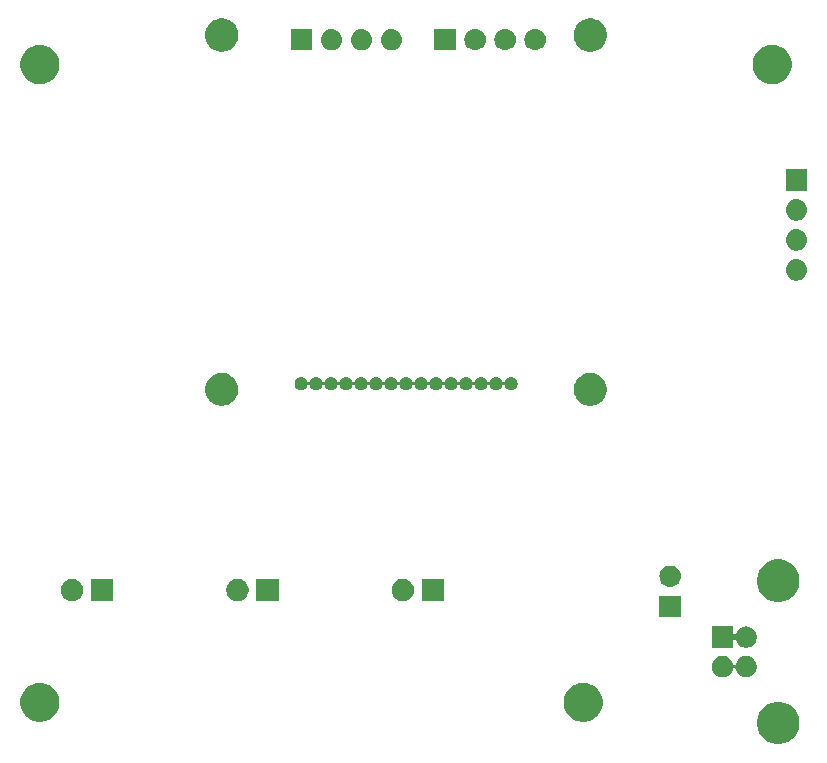
<source format=gbr>
G04 #@! TF.GenerationSoftware,KiCad,Pcbnew,(5.1.0)-1*
G04 #@! TF.CreationDate,2020-10-25T22:34:19+01:00*
G04 #@! TF.ProjectId,Waage,57616167-652e-46b6-9963-61645f706362,rev?*
G04 #@! TF.SameCoordinates,Original*
G04 #@! TF.FileFunction,Soldermask,Bot*
G04 #@! TF.FilePolarity,Negative*
%FSLAX46Y46*%
G04 Gerber Fmt 4.6, Leading zero omitted, Abs format (unit mm)*
G04 Created by KiCad (PCBNEW (5.1.0)-1) date 2020-10-25 22:34:19*
%MOMM*%
%LPD*%
G04 APERTURE LIST*
%ADD10C,0.100000*%
G04 APERTURE END LIST*
D10*
G36*
X147035331Y-118013211D02*
G01*
X147363092Y-118148974D01*
X147658070Y-118346072D01*
X147908928Y-118596930D01*
X148106026Y-118891908D01*
X148241789Y-119219669D01*
X148311000Y-119567616D01*
X148311000Y-119922384D01*
X148241789Y-120270331D01*
X148106026Y-120598092D01*
X147908928Y-120893070D01*
X147658070Y-121143928D01*
X147363092Y-121341026D01*
X147035331Y-121476789D01*
X146687384Y-121546000D01*
X146332616Y-121546000D01*
X145984669Y-121476789D01*
X145656908Y-121341026D01*
X145361930Y-121143928D01*
X145111072Y-120893070D01*
X144913974Y-120598092D01*
X144778211Y-120270331D01*
X144709000Y-119922384D01*
X144709000Y-119567616D01*
X144778211Y-119219669D01*
X144913974Y-118891908D01*
X145111072Y-118596930D01*
X145361930Y-118346072D01*
X145656908Y-118148974D01*
X145984669Y-118013211D01*
X146332616Y-117944000D01*
X146687384Y-117944000D01*
X147035331Y-118013211D01*
X147035331Y-118013211D01*
G37*
G36*
X130375256Y-116391298D02*
G01*
X130481579Y-116412447D01*
X130782042Y-116536903D01*
X131052451Y-116717585D01*
X131282415Y-116947549D01*
X131463097Y-117217958D01*
X131587553Y-117518421D01*
X131651000Y-117837391D01*
X131651000Y-118162609D01*
X131587553Y-118481579D01*
X131463097Y-118782042D01*
X131282415Y-119052451D01*
X131052451Y-119282415D01*
X130782042Y-119463097D01*
X130481579Y-119587553D01*
X130375256Y-119608702D01*
X130162611Y-119651000D01*
X129837389Y-119651000D01*
X129624744Y-119608702D01*
X129518421Y-119587553D01*
X129217958Y-119463097D01*
X128947549Y-119282415D01*
X128717585Y-119052451D01*
X128536903Y-118782042D01*
X128412447Y-118481579D01*
X128349000Y-118162609D01*
X128349000Y-117837391D01*
X128412447Y-117518421D01*
X128536903Y-117217958D01*
X128717585Y-116947549D01*
X128947549Y-116717585D01*
X129217958Y-116536903D01*
X129518421Y-116412447D01*
X129624744Y-116391298D01*
X129837389Y-116349000D01*
X130162611Y-116349000D01*
X130375256Y-116391298D01*
X130375256Y-116391298D01*
G37*
G36*
X84375256Y-116391298D02*
G01*
X84481579Y-116412447D01*
X84782042Y-116536903D01*
X85052451Y-116717585D01*
X85282415Y-116947549D01*
X85463097Y-117217958D01*
X85587553Y-117518421D01*
X85651000Y-117837391D01*
X85651000Y-118162609D01*
X85587553Y-118481579D01*
X85463097Y-118782042D01*
X85282415Y-119052451D01*
X85052451Y-119282415D01*
X84782042Y-119463097D01*
X84481579Y-119587553D01*
X84375256Y-119608702D01*
X84162611Y-119651000D01*
X83837389Y-119651000D01*
X83624744Y-119608702D01*
X83518421Y-119587553D01*
X83217958Y-119463097D01*
X82947549Y-119282415D01*
X82717585Y-119052451D01*
X82536903Y-118782042D01*
X82412447Y-118481579D01*
X82349000Y-118162609D01*
X82349000Y-117837391D01*
X82412447Y-117518421D01*
X82536903Y-117217958D01*
X82717585Y-116947549D01*
X82947549Y-116717585D01*
X83217958Y-116536903D01*
X83518421Y-116412447D01*
X83624744Y-116391298D01*
X83837389Y-116349000D01*
X84162611Y-116349000D01*
X84375256Y-116391298D01*
X84375256Y-116391298D01*
G37*
G36*
X141913512Y-114078927D02*
G01*
X142062812Y-114108624D01*
X142226784Y-114176544D01*
X142374354Y-114275147D01*
X142499853Y-114400646D01*
X142598456Y-114548216D01*
X142666376Y-114712188D01*
X142677405Y-114767638D01*
X142684516Y-114791078D01*
X142696067Y-114812689D01*
X142711613Y-114831631D01*
X142730555Y-114847176D01*
X142752165Y-114858727D01*
X142775614Y-114865840D01*
X142800000Y-114868242D01*
X142824387Y-114865840D01*
X142847835Y-114858727D01*
X142869446Y-114847176D01*
X142888388Y-114831630D01*
X142903933Y-114812688D01*
X142915484Y-114791078D01*
X142922595Y-114767638D01*
X142933624Y-114712188D01*
X143001544Y-114548216D01*
X143100147Y-114400646D01*
X143225646Y-114275147D01*
X143373216Y-114176544D01*
X143537188Y-114108624D01*
X143686488Y-114078927D01*
X143711258Y-114074000D01*
X143888742Y-114074000D01*
X143913512Y-114078927D01*
X144062812Y-114108624D01*
X144226784Y-114176544D01*
X144374354Y-114275147D01*
X144499853Y-114400646D01*
X144598456Y-114548216D01*
X144666376Y-114712188D01*
X144701000Y-114886259D01*
X144701000Y-115063741D01*
X144666376Y-115237812D01*
X144598456Y-115401784D01*
X144499853Y-115549354D01*
X144374354Y-115674853D01*
X144226784Y-115773456D01*
X144062812Y-115841376D01*
X143913512Y-115871073D01*
X143888742Y-115876000D01*
X143711258Y-115876000D01*
X143686488Y-115871073D01*
X143537188Y-115841376D01*
X143373216Y-115773456D01*
X143225646Y-115674853D01*
X143100147Y-115549354D01*
X143001544Y-115401784D01*
X142933624Y-115237812D01*
X142922595Y-115182362D01*
X142915484Y-115158922D01*
X142903933Y-115137311D01*
X142888387Y-115118369D01*
X142869445Y-115102824D01*
X142847835Y-115091273D01*
X142824386Y-115084160D01*
X142800000Y-115081758D01*
X142775613Y-115084160D01*
X142752165Y-115091273D01*
X142730554Y-115102824D01*
X142711612Y-115118370D01*
X142696067Y-115137312D01*
X142684516Y-115158922D01*
X142677405Y-115182362D01*
X142666376Y-115237812D01*
X142598456Y-115401784D01*
X142499853Y-115549354D01*
X142374354Y-115674853D01*
X142226784Y-115773456D01*
X142062812Y-115841376D01*
X141913512Y-115871073D01*
X141888742Y-115876000D01*
X141711258Y-115876000D01*
X141686488Y-115871073D01*
X141537188Y-115841376D01*
X141373216Y-115773456D01*
X141225646Y-115674853D01*
X141100147Y-115549354D01*
X141001544Y-115401784D01*
X140933624Y-115237812D01*
X140899000Y-115063741D01*
X140899000Y-114886259D01*
X140933624Y-114712188D01*
X141001544Y-114548216D01*
X141100147Y-114400646D01*
X141225646Y-114275147D01*
X141373216Y-114176544D01*
X141537188Y-114108624D01*
X141686488Y-114078927D01*
X141711258Y-114074000D01*
X141888742Y-114074000D01*
X141913512Y-114078927D01*
X141913512Y-114078927D01*
G37*
G36*
X142701000Y-112145383D02*
G01*
X142703402Y-112169769D01*
X142710515Y-112193218D01*
X142722066Y-112214829D01*
X142737611Y-112233771D01*
X142756553Y-112249316D01*
X142778164Y-112260867D01*
X142801613Y-112267980D01*
X142825999Y-112270382D01*
X142850385Y-112267980D01*
X142873834Y-112260867D01*
X142895445Y-112249316D01*
X142914387Y-112233771D01*
X142929932Y-112214829D01*
X142941477Y-112193229D01*
X143001544Y-112048216D01*
X143100147Y-111900646D01*
X143225646Y-111775147D01*
X143373216Y-111676544D01*
X143537188Y-111608624D01*
X143686488Y-111578927D01*
X143711258Y-111574000D01*
X143888742Y-111574000D01*
X143913512Y-111578927D01*
X144062812Y-111608624D01*
X144226784Y-111676544D01*
X144374354Y-111775147D01*
X144499853Y-111900646D01*
X144598456Y-112048216D01*
X144666376Y-112212188D01*
X144701000Y-112386259D01*
X144701000Y-112563741D01*
X144666376Y-112737812D01*
X144598456Y-112901784D01*
X144499853Y-113049354D01*
X144374354Y-113174853D01*
X144226784Y-113273456D01*
X144062812Y-113341376D01*
X143913512Y-113371073D01*
X143888742Y-113376000D01*
X143711258Y-113376000D01*
X143686488Y-113371073D01*
X143537188Y-113341376D01*
X143373216Y-113273456D01*
X143225646Y-113174853D01*
X143100147Y-113049354D01*
X143001544Y-112901784D01*
X142941477Y-112756771D01*
X142929932Y-112735171D01*
X142914387Y-112716229D01*
X142895445Y-112700684D01*
X142873834Y-112689133D01*
X142850385Y-112682020D01*
X142825999Y-112679618D01*
X142801613Y-112682020D01*
X142778164Y-112689133D01*
X142756553Y-112700684D01*
X142737611Y-112716229D01*
X142722066Y-112735171D01*
X142710515Y-112756782D01*
X142703402Y-112780231D01*
X142701000Y-112804617D01*
X142701000Y-113376000D01*
X140899000Y-113376000D01*
X140899000Y-111574000D01*
X142701000Y-111574000D01*
X142701000Y-112145383D01*
X142701000Y-112145383D01*
G37*
G36*
X138261000Y-110761000D02*
G01*
X136459000Y-110761000D01*
X136459000Y-108959000D01*
X138261000Y-108959000D01*
X138261000Y-110761000D01*
X138261000Y-110761000D01*
G37*
G36*
X147035331Y-105973211D02*
G01*
X147363092Y-106108974D01*
X147658070Y-106306072D01*
X147908928Y-106556930D01*
X148106026Y-106851908D01*
X148241789Y-107179669D01*
X148311000Y-107527616D01*
X148311000Y-107882384D01*
X148241789Y-108230331D01*
X148106026Y-108558092D01*
X147908928Y-108853070D01*
X147658070Y-109103928D01*
X147363092Y-109301026D01*
X147035331Y-109436789D01*
X146687384Y-109506000D01*
X146332616Y-109506000D01*
X145984669Y-109436789D01*
X145656908Y-109301026D01*
X145361930Y-109103928D01*
X145111072Y-108853070D01*
X144913974Y-108558092D01*
X144778211Y-108230331D01*
X144709000Y-107882384D01*
X144709000Y-107527616D01*
X144778211Y-107179669D01*
X144913974Y-106851908D01*
X145111072Y-106556930D01*
X145361930Y-106306072D01*
X145656908Y-106108974D01*
X145984669Y-105973211D01*
X146332616Y-105904000D01*
X146687384Y-105904000D01*
X147035331Y-105973211D01*
X147035331Y-105973211D01*
G37*
G36*
X101007395Y-107585546D02*
G01*
X101180466Y-107657234D01*
X101257818Y-107708919D01*
X101336227Y-107761310D01*
X101468690Y-107893773D01*
X101521081Y-107972182D01*
X101572766Y-108049534D01*
X101644454Y-108222605D01*
X101681000Y-108406333D01*
X101681000Y-108593667D01*
X101644454Y-108777395D01*
X101572766Y-108950466D01*
X101521081Y-109027818D01*
X101468690Y-109106227D01*
X101336227Y-109238690D01*
X101257818Y-109291081D01*
X101180466Y-109342766D01*
X101007395Y-109414454D01*
X100823667Y-109451000D01*
X100636333Y-109451000D01*
X100452605Y-109414454D01*
X100279534Y-109342766D01*
X100202182Y-109291081D01*
X100123773Y-109238690D01*
X99991310Y-109106227D01*
X99938919Y-109027818D01*
X99887234Y-108950466D01*
X99815546Y-108777395D01*
X99779000Y-108593667D01*
X99779000Y-108406333D01*
X99815546Y-108222605D01*
X99887234Y-108049534D01*
X99938919Y-107972182D01*
X99991310Y-107893773D01*
X100123773Y-107761310D01*
X100202182Y-107708919D01*
X100279534Y-107657234D01*
X100452605Y-107585546D01*
X100636333Y-107549000D01*
X100823667Y-107549000D01*
X101007395Y-107585546D01*
X101007395Y-107585546D01*
G37*
G36*
X90221000Y-109451000D02*
G01*
X88319000Y-109451000D01*
X88319000Y-107549000D01*
X90221000Y-107549000D01*
X90221000Y-109451000D01*
X90221000Y-109451000D01*
G37*
G36*
X87007395Y-107585546D02*
G01*
X87180466Y-107657234D01*
X87257818Y-107708919D01*
X87336227Y-107761310D01*
X87468690Y-107893773D01*
X87521081Y-107972182D01*
X87572766Y-108049534D01*
X87644454Y-108222605D01*
X87681000Y-108406333D01*
X87681000Y-108593667D01*
X87644454Y-108777395D01*
X87572766Y-108950466D01*
X87521081Y-109027818D01*
X87468690Y-109106227D01*
X87336227Y-109238690D01*
X87257818Y-109291081D01*
X87180466Y-109342766D01*
X87007395Y-109414454D01*
X86823667Y-109451000D01*
X86636333Y-109451000D01*
X86452605Y-109414454D01*
X86279534Y-109342766D01*
X86202182Y-109291081D01*
X86123773Y-109238690D01*
X85991310Y-109106227D01*
X85938919Y-109027818D01*
X85887234Y-108950466D01*
X85815546Y-108777395D01*
X85779000Y-108593667D01*
X85779000Y-108406333D01*
X85815546Y-108222605D01*
X85887234Y-108049534D01*
X85938919Y-107972182D01*
X85991310Y-107893773D01*
X86123773Y-107761310D01*
X86202182Y-107708919D01*
X86279534Y-107657234D01*
X86452605Y-107585546D01*
X86636333Y-107549000D01*
X86823667Y-107549000D01*
X87007395Y-107585546D01*
X87007395Y-107585546D01*
G37*
G36*
X104221000Y-109451000D02*
G01*
X102319000Y-109451000D01*
X102319000Y-107549000D01*
X104221000Y-107549000D01*
X104221000Y-109451000D01*
X104221000Y-109451000D01*
G37*
G36*
X118221000Y-109451000D02*
G01*
X116319000Y-109451000D01*
X116319000Y-107549000D01*
X118221000Y-107549000D01*
X118221000Y-109451000D01*
X118221000Y-109451000D01*
G37*
G36*
X115007395Y-107585546D02*
G01*
X115180466Y-107657234D01*
X115257818Y-107708919D01*
X115336227Y-107761310D01*
X115468690Y-107893773D01*
X115521081Y-107972182D01*
X115572766Y-108049534D01*
X115644454Y-108222605D01*
X115681000Y-108406333D01*
X115681000Y-108593667D01*
X115644454Y-108777395D01*
X115572766Y-108950466D01*
X115521081Y-109027818D01*
X115468690Y-109106227D01*
X115336227Y-109238690D01*
X115257818Y-109291081D01*
X115180466Y-109342766D01*
X115007395Y-109414454D01*
X114823667Y-109451000D01*
X114636333Y-109451000D01*
X114452605Y-109414454D01*
X114279534Y-109342766D01*
X114202182Y-109291081D01*
X114123773Y-109238690D01*
X113991310Y-109106227D01*
X113938919Y-109027818D01*
X113887234Y-108950466D01*
X113815546Y-108777395D01*
X113779000Y-108593667D01*
X113779000Y-108406333D01*
X113815546Y-108222605D01*
X113887234Y-108049534D01*
X113938919Y-107972182D01*
X113991310Y-107893773D01*
X114123773Y-107761310D01*
X114202182Y-107708919D01*
X114279534Y-107657234D01*
X114452605Y-107585546D01*
X114636333Y-107549000D01*
X114823667Y-107549000D01*
X115007395Y-107585546D01*
X115007395Y-107585546D01*
G37*
G36*
X137470443Y-106425519D02*
G01*
X137536627Y-106432037D01*
X137706466Y-106483557D01*
X137862991Y-106567222D01*
X137898729Y-106596552D01*
X138000186Y-106679814D01*
X138083448Y-106781271D01*
X138112778Y-106817009D01*
X138196443Y-106973534D01*
X138247963Y-107143373D01*
X138265359Y-107320000D01*
X138247963Y-107496627D01*
X138196443Y-107666466D01*
X138112778Y-107822991D01*
X138083448Y-107858729D01*
X138000186Y-107960186D01*
X137898729Y-108043448D01*
X137862991Y-108072778D01*
X137706466Y-108156443D01*
X137536627Y-108207963D01*
X137470443Y-108214481D01*
X137404260Y-108221000D01*
X137315740Y-108221000D01*
X137249557Y-108214481D01*
X137183373Y-108207963D01*
X137013534Y-108156443D01*
X136857009Y-108072778D01*
X136821271Y-108043448D01*
X136719814Y-107960186D01*
X136636552Y-107858729D01*
X136607222Y-107822991D01*
X136523557Y-107666466D01*
X136472037Y-107496627D01*
X136454641Y-107320000D01*
X136472037Y-107143373D01*
X136523557Y-106973534D01*
X136607222Y-106817009D01*
X136636552Y-106781271D01*
X136719814Y-106679814D01*
X136821271Y-106596552D01*
X136857009Y-106567222D01*
X137013534Y-106483557D01*
X137183373Y-106432037D01*
X137249557Y-106425519D01*
X137315740Y-106419000D01*
X137404260Y-106419000D01*
X137470443Y-106425519D01*
X137470443Y-106425519D01*
G37*
G36*
X130918433Y-90134893D02*
G01*
X131008657Y-90152839D01*
X131114267Y-90196585D01*
X131263621Y-90258449D01*
X131263622Y-90258450D01*
X131493086Y-90411772D01*
X131688228Y-90606914D01*
X131716187Y-90648758D01*
X131841551Y-90836379D01*
X131886846Y-90945730D01*
X131931805Y-91054270D01*
X131947161Y-91091344D01*
X132001000Y-91362012D01*
X132001000Y-91637988D01*
X131947161Y-91908656D01*
X131841551Y-92163621D01*
X131841550Y-92163622D01*
X131688228Y-92393086D01*
X131493086Y-92588228D01*
X131339763Y-92690675D01*
X131263621Y-92741551D01*
X131114267Y-92803415D01*
X131008657Y-92847161D01*
X130918433Y-92865107D01*
X130737988Y-92901000D01*
X130462012Y-92901000D01*
X130281567Y-92865107D01*
X130191343Y-92847161D01*
X130085733Y-92803415D01*
X129936379Y-92741551D01*
X129860237Y-92690675D01*
X129706914Y-92588228D01*
X129511772Y-92393086D01*
X129358450Y-92163622D01*
X129358449Y-92163621D01*
X129252839Y-91908656D01*
X129199000Y-91637988D01*
X129199000Y-91362012D01*
X129252839Y-91091344D01*
X129268196Y-91054270D01*
X129313154Y-90945730D01*
X129358449Y-90836379D01*
X129483813Y-90648758D01*
X129511772Y-90606914D01*
X129706914Y-90411772D01*
X129936378Y-90258450D01*
X129936379Y-90258449D01*
X130085733Y-90196585D01*
X130191343Y-90152839D01*
X130281567Y-90134893D01*
X130462012Y-90099000D01*
X130737988Y-90099000D01*
X130918433Y-90134893D01*
X130918433Y-90134893D01*
G37*
G36*
X99718433Y-90134893D02*
G01*
X99808657Y-90152839D01*
X99914267Y-90196585D01*
X100063621Y-90258449D01*
X100063622Y-90258450D01*
X100293086Y-90411772D01*
X100488228Y-90606914D01*
X100516187Y-90648758D01*
X100641551Y-90836379D01*
X100686846Y-90945730D01*
X100731805Y-91054270D01*
X100747161Y-91091344D01*
X100801000Y-91362012D01*
X100801000Y-91637988D01*
X100747161Y-91908656D01*
X100641551Y-92163621D01*
X100641550Y-92163622D01*
X100488228Y-92393086D01*
X100293086Y-92588228D01*
X100139763Y-92690675D01*
X100063621Y-92741551D01*
X99914267Y-92803415D01*
X99808657Y-92847161D01*
X99718433Y-92865107D01*
X99537988Y-92901000D01*
X99262012Y-92901000D01*
X99081567Y-92865107D01*
X98991343Y-92847161D01*
X98885733Y-92803415D01*
X98736379Y-92741551D01*
X98660237Y-92690675D01*
X98506914Y-92588228D01*
X98311772Y-92393086D01*
X98158450Y-92163622D01*
X98158449Y-92163621D01*
X98052839Y-91908656D01*
X97999000Y-91637988D01*
X97999000Y-91362012D01*
X98052839Y-91091344D01*
X98068196Y-91054270D01*
X98113154Y-90945730D01*
X98158449Y-90836379D01*
X98283813Y-90648758D01*
X98311772Y-90606914D01*
X98506914Y-90411772D01*
X98736378Y-90258450D01*
X98736379Y-90258449D01*
X98885733Y-90196585D01*
X98991343Y-90152839D01*
X99081567Y-90134893D01*
X99262012Y-90099000D01*
X99537988Y-90099000D01*
X99718433Y-90134893D01*
X99718433Y-90134893D01*
G37*
G36*
X106290721Y-90470174D02*
G01*
X106390995Y-90511709D01*
X106390996Y-90511710D01*
X106481242Y-90572010D01*
X106557990Y-90648758D01*
X106557991Y-90648760D01*
X106618291Y-90739005D01*
X106649516Y-90814389D01*
X106661067Y-90836000D01*
X106676612Y-90854941D01*
X106695554Y-90870487D01*
X106717165Y-90882038D01*
X106740614Y-90889151D01*
X106765000Y-90891553D01*
X106789386Y-90889151D01*
X106812835Y-90882038D01*
X106834446Y-90870487D01*
X106853387Y-90854942D01*
X106868933Y-90836000D01*
X106880484Y-90814389D01*
X106911709Y-90739005D01*
X106972009Y-90648760D01*
X106972010Y-90648758D01*
X107048758Y-90572010D01*
X107139004Y-90511710D01*
X107139005Y-90511709D01*
X107239279Y-90470174D01*
X107345730Y-90449000D01*
X107454270Y-90449000D01*
X107560721Y-90470174D01*
X107660995Y-90511709D01*
X107660996Y-90511710D01*
X107751242Y-90572010D01*
X107827990Y-90648758D01*
X107827991Y-90648760D01*
X107888291Y-90739005D01*
X107919516Y-90814389D01*
X107931067Y-90836000D01*
X107946612Y-90854941D01*
X107965554Y-90870487D01*
X107987165Y-90882038D01*
X108010614Y-90889151D01*
X108035000Y-90891553D01*
X108059386Y-90889151D01*
X108082835Y-90882038D01*
X108104446Y-90870487D01*
X108123387Y-90854942D01*
X108138933Y-90836000D01*
X108150484Y-90814389D01*
X108181709Y-90739005D01*
X108242009Y-90648760D01*
X108242010Y-90648758D01*
X108318758Y-90572010D01*
X108409004Y-90511710D01*
X108409005Y-90511709D01*
X108509279Y-90470174D01*
X108615730Y-90449000D01*
X108724270Y-90449000D01*
X108830721Y-90470174D01*
X108930995Y-90511709D01*
X108930996Y-90511710D01*
X109021242Y-90572010D01*
X109097990Y-90648758D01*
X109097991Y-90648760D01*
X109158291Y-90739005D01*
X109189516Y-90814389D01*
X109201067Y-90836000D01*
X109216612Y-90854941D01*
X109235554Y-90870487D01*
X109257165Y-90882038D01*
X109280614Y-90889151D01*
X109305000Y-90891553D01*
X109329386Y-90889151D01*
X109352835Y-90882038D01*
X109374446Y-90870487D01*
X109393387Y-90854942D01*
X109408933Y-90836000D01*
X109420484Y-90814389D01*
X109451709Y-90739005D01*
X109512009Y-90648760D01*
X109512010Y-90648758D01*
X109588758Y-90572010D01*
X109679004Y-90511710D01*
X109679005Y-90511709D01*
X109779279Y-90470174D01*
X109885730Y-90449000D01*
X109994270Y-90449000D01*
X110100721Y-90470174D01*
X110200995Y-90511709D01*
X110200996Y-90511710D01*
X110291242Y-90572010D01*
X110367990Y-90648758D01*
X110367991Y-90648760D01*
X110428291Y-90739005D01*
X110459516Y-90814389D01*
X110471067Y-90836000D01*
X110486612Y-90854941D01*
X110505554Y-90870487D01*
X110527165Y-90882038D01*
X110550614Y-90889151D01*
X110575000Y-90891553D01*
X110599386Y-90889151D01*
X110622835Y-90882038D01*
X110644446Y-90870487D01*
X110663387Y-90854942D01*
X110678933Y-90836000D01*
X110690484Y-90814389D01*
X110721709Y-90739005D01*
X110782009Y-90648760D01*
X110782010Y-90648758D01*
X110858758Y-90572010D01*
X110949004Y-90511710D01*
X110949005Y-90511709D01*
X111049279Y-90470174D01*
X111155730Y-90449000D01*
X111264270Y-90449000D01*
X111370721Y-90470174D01*
X111470995Y-90511709D01*
X111470996Y-90511710D01*
X111561242Y-90572010D01*
X111637990Y-90648758D01*
X111637991Y-90648760D01*
X111698291Y-90739005D01*
X111729516Y-90814389D01*
X111741067Y-90836000D01*
X111756612Y-90854941D01*
X111775554Y-90870487D01*
X111797165Y-90882038D01*
X111820614Y-90889151D01*
X111845000Y-90891553D01*
X111869386Y-90889151D01*
X111892835Y-90882038D01*
X111914446Y-90870487D01*
X111933387Y-90854942D01*
X111948933Y-90836000D01*
X111960484Y-90814389D01*
X111991709Y-90739005D01*
X112052009Y-90648760D01*
X112052010Y-90648758D01*
X112128758Y-90572010D01*
X112219004Y-90511710D01*
X112219005Y-90511709D01*
X112319279Y-90470174D01*
X112425730Y-90449000D01*
X112534270Y-90449000D01*
X112640721Y-90470174D01*
X112740995Y-90511709D01*
X112740996Y-90511710D01*
X112831242Y-90572010D01*
X112907990Y-90648758D01*
X112907991Y-90648760D01*
X112968291Y-90739005D01*
X112999516Y-90814389D01*
X113011067Y-90836000D01*
X113026612Y-90854941D01*
X113045554Y-90870487D01*
X113067165Y-90882038D01*
X113090614Y-90889151D01*
X113115000Y-90891553D01*
X113139386Y-90889151D01*
X113162835Y-90882038D01*
X113184446Y-90870487D01*
X113203387Y-90854942D01*
X113218933Y-90836000D01*
X113230484Y-90814389D01*
X113261709Y-90739005D01*
X113322009Y-90648760D01*
X113322010Y-90648758D01*
X113398758Y-90572010D01*
X113489004Y-90511710D01*
X113489005Y-90511709D01*
X113589279Y-90470174D01*
X113695730Y-90449000D01*
X113804270Y-90449000D01*
X113910721Y-90470174D01*
X114010995Y-90511709D01*
X114010996Y-90511710D01*
X114101242Y-90572010D01*
X114177990Y-90648758D01*
X114177991Y-90648760D01*
X114238291Y-90739005D01*
X114269516Y-90814389D01*
X114281067Y-90836000D01*
X114296612Y-90854941D01*
X114315554Y-90870487D01*
X114337165Y-90882038D01*
X114360614Y-90889151D01*
X114385000Y-90891553D01*
X114409386Y-90889151D01*
X114432835Y-90882038D01*
X114454446Y-90870487D01*
X114473387Y-90854942D01*
X114488933Y-90836000D01*
X114500484Y-90814389D01*
X114531709Y-90739005D01*
X114592009Y-90648760D01*
X114592010Y-90648758D01*
X114668758Y-90572010D01*
X114759004Y-90511710D01*
X114759005Y-90511709D01*
X114859279Y-90470174D01*
X114965730Y-90449000D01*
X115074270Y-90449000D01*
X115180721Y-90470174D01*
X115280995Y-90511709D01*
X115280996Y-90511710D01*
X115371242Y-90572010D01*
X115447990Y-90648758D01*
X115447991Y-90648760D01*
X115508291Y-90739005D01*
X115539516Y-90814389D01*
X115551067Y-90836000D01*
X115566612Y-90854941D01*
X115585554Y-90870487D01*
X115607165Y-90882038D01*
X115630614Y-90889151D01*
X115655000Y-90891553D01*
X115679386Y-90889151D01*
X115702835Y-90882038D01*
X115724446Y-90870487D01*
X115743387Y-90854942D01*
X115758933Y-90836000D01*
X115770484Y-90814389D01*
X115801709Y-90739005D01*
X115862009Y-90648760D01*
X115862010Y-90648758D01*
X115938758Y-90572010D01*
X116029004Y-90511710D01*
X116029005Y-90511709D01*
X116129279Y-90470174D01*
X116235730Y-90449000D01*
X116344270Y-90449000D01*
X116450721Y-90470174D01*
X116550995Y-90511709D01*
X116550996Y-90511710D01*
X116641242Y-90572010D01*
X116717990Y-90648758D01*
X116717991Y-90648760D01*
X116778291Y-90739005D01*
X116809516Y-90814389D01*
X116821067Y-90836000D01*
X116836612Y-90854941D01*
X116855554Y-90870487D01*
X116877165Y-90882038D01*
X116900614Y-90889151D01*
X116925000Y-90891553D01*
X116949386Y-90889151D01*
X116972835Y-90882038D01*
X116994446Y-90870487D01*
X117013387Y-90854942D01*
X117028933Y-90836000D01*
X117040484Y-90814389D01*
X117071709Y-90739005D01*
X117132009Y-90648760D01*
X117132010Y-90648758D01*
X117208758Y-90572010D01*
X117299004Y-90511710D01*
X117299005Y-90511709D01*
X117399279Y-90470174D01*
X117505730Y-90449000D01*
X117614270Y-90449000D01*
X117720721Y-90470174D01*
X117820995Y-90511709D01*
X117820996Y-90511710D01*
X117911242Y-90572010D01*
X117987990Y-90648758D01*
X117987991Y-90648760D01*
X118048291Y-90739005D01*
X118079516Y-90814389D01*
X118091067Y-90836000D01*
X118106612Y-90854941D01*
X118125554Y-90870487D01*
X118147165Y-90882038D01*
X118170614Y-90889151D01*
X118195000Y-90891553D01*
X118219386Y-90889151D01*
X118242835Y-90882038D01*
X118264446Y-90870487D01*
X118283387Y-90854942D01*
X118298933Y-90836000D01*
X118310484Y-90814389D01*
X118341709Y-90739005D01*
X118402009Y-90648760D01*
X118402010Y-90648758D01*
X118478758Y-90572010D01*
X118569004Y-90511710D01*
X118569005Y-90511709D01*
X118669279Y-90470174D01*
X118775730Y-90449000D01*
X118884270Y-90449000D01*
X118990721Y-90470174D01*
X119090995Y-90511709D01*
X119090996Y-90511710D01*
X119181242Y-90572010D01*
X119257990Y-90648758D01*
X119257991Y-90648760D01*
X119318291Y-90739005D01*
X119349516Y-90814389D01*
X119361067Y-90836000D01*
X119376612Y-90854941D01*
X119395554Y-90870487D01*
X119417165Y-90882038D01*
X119440614Y-90889151D01*
X119465000Y-90891553D01*
X119489386Y-90889151D01*
X119512835Y-90882038D01*
X119534446Y-90870487D01*
X119553387Y-90854942D01*
X119568933Y-90836000D01*
X119580484Y-90814389D01*
X119611709Y-90739005D01*
X119672009Y-90648760D01*
X119672010Y-90648758D01*
X119748758Y-90572010D01*
X119839004Y-90511710D01*
X119839005Y-90511709D01*
X119939279Y-90470174D01*
X120045730Y-90449000D01*
X120154270Y-90449000D01*
X120260721Y-90470174D01*
X120360995Y-90511709D01*
X120360996Y-90511710D01*
X120451242Y-90572010D01*
X120527990Y-90648758D01*
X120527991Y-90648760D01*
X120588291Y-90739005D01*
X120619516Y-90814389D01*
X120631067Y-90836000D01*
X120646612Y-90854941D01*
X120665554Y-90870487D01*
X120687165Y-90882038D01*
X120710614Y-90889151D01*
X120735000Y-90891553D01*
X120759386Y-90889151D01*
X120782835Y-90882038D01*
X120804446Y-90870487D01*
X120823387Y-90854942D01*
X120838933Y-90836000D01*
X120850484Y-90814389D01*
X120881709Y-90739005D01*
X120942009Y-90648760D01*
X120942010Y-90648758D01*
X121018758Y-90572010D01*
X121109004Y-90511710D01*
X121109005Y-90511709D01*
X121209279Y-90470174D01*
X121315730Y-90449000D01*
X121424270Y-90449000D01*
X121530721Y-90470174D01*
X121630995Y-90511709D01*
X121630996Y-90511710D01*
X121721242Y-90572010D01*
X121797990Y-90648758D01*
X121797991Y-90648760D01*
X121858291Y-90739005D01*
X121889516Y-90814389D01*
X121901067Y-90836000D01*
X121916612Y-90854941D01*
X121935554Y-90870487D01*
X121957165Y-90882038D01*
X121980614Y-90889151D01*
X122005000Y-90891553D01*
X122029386Y-90889151D01*
X122052835Y-90882038D01*
X122074446Y-90870487D01*
X122093387Y-90854942D01*
X122108933Y-90836000D01*
X122120484Y-90814389D01*
X122151709Y-90739005D01*
X122212009Y-90648760D01*
X122212010Y-90648758D01*
X122288758Y-90572010D01*
X122379004Y-90511710D01*
X122379005Y-90511709D01*
X122479279Y-90470174D01*
X122585730Y-90449000D01*
X122694270Y-90449000D01*
X122800721Y-90470174D01*
X122900995Y-90511709D01*
X122900996Y-90511710D01*
X122991242Y-90572010D01*
X123067990Y-90648758D01*
X123067991Y-90648760D01*
X123128291Y-90739005D01*
X123159516Y-90814389D01*
X123171067Y-90836000D01*
X123186612Y-90854941D01*
X123205554Y-90870487D01*
X123227165Y-90882038D01*
X123250614Y-90889151D01*
X123275000Y-90891553D01*
X123299386Y-90889151D01*
X123322835Y-90882038D01*
X123344446Y-90870487D01*
X123363387Y-90854942D01*
X123378933Y-90836000D01*
X123390484Y-90814389D01*
X123421709Y-90739005D01*
X123482009Y-90648760D01*
X123482010Y-90648758D01*
X123558758Y-90572010D01*
X123649004Y-90511710D01*
X123649005Y-90511709D01*
X123749279Y-90470174D01*
X123855730Y-90449000D01*
X123964270Y-90449000D01*
X124070721Y-90470174D01*
X124170995Y-90511709D01*
X124170996Y-90511710D01*
X124261242Y-90572010D01*
X124337990Y-90648758D01*
X124337991Y-90648760D01*
X124398291Y-90739005D01*
X124439826Y-90839279D01*
X124461000Y-90945730D01*
X124461000Y-91054270D01*
X124439826Y-91160721D01*
X124398291Y-91260995D01*
X124398290Y-91260996D01*
X124337990Y-91351242D01*
X124261242Y-91427990D01*
X124215812Y-91458345D01*
X124170995Y-91488291D01*
X124070721Y-91529826D01*
X123964270Y-91551000D01*
X123855730Y-91551000D01*
X123749279Y-91529826D01*
X123649005Y-91488291D01*
X123604188Y-91458345D01*
X123558758Y-91427990D01*
X123482010Y-91351242D01*
X123421710Y-91260996D01*
X123421709Y-91260995D01*
X123390484Y-91185611D01*
X123378933Y-91164000D01*
X123363388Y-91145059D01*
X123344446Y-91129513D01*
X123322835Y-91117962D01*
X123299386Y-91110849D01*
X123275000Y-91108447D01*
X123250614Y-91110849D01*
X123227165Y-91117962D01*
X123205554Y-91129513D01*
X123186613Y-91145058D01*
X123171067Y-91164000D01*
X123159516Y-91185611D01*
X123128291Y-91260995D01*
X123128290Y-91260996D01*
X123067990Y-91351242D01*
X122991242Y-91427990D01*
X122945812Y-91458345D01*
X122900995Y-91488291D01*
X122800721Y-91529826D01*
X122694270Y-91551000D01*
X122585730Y-91551000D01*
X122479279Y-91529826D01*
X122379005Y-91488291D01*
X122334188Y-91458345D01*
X122288758Y-91427990D01*
X122212010Y-91351242D01*
X122151710Y-91260996D01*
X122151709Y-91260995D01*
X122120484Y-91185611D01*
X122108933Y-91164000D01*
X122093388Y-91145059D01*
X122074446Y-91129513D01*
X122052835Y-91117962D01*
X122029386Y-91110849D01*
X122005000Y-91108447D01*
X121980614Y-91110849D01*
X121957165Y-91117962D01*
X121935554Y-91129513D01*
X121916613Y-91145058D01*
X121901067Y-91164000D01*
X121889516Y-91185611D01*
X121858291Y-91260995D01*
X121858290Y-91260996D01*
X121797990Y-91351242D01*
X121721242Y-91427990D01*
X121675812Y-91458345D01*
X121630995Y-91488291D01*
X121530721Y-91529826D01*
X121424270Y-91551000D01*
X121315730Y-91551000D01*
X121209279Y-91529826D01*
X121109005Y-91488291D01*
X121064188Y-91458345D01*
X121018758Y-91427990D01*
X120942010Y-91351242D01*
X120881710Y-91260996D01*
X120881709Y-91260995D01*
X120850484Y-91185611D01*
X120838933Y-91164000D01*
X120823388Y-91145059D01*
X120804446Y-91129513D01*
X120782835Y-91117962D01*
X120759386Y-91110849D01*
X120735000Y-91108447D01*
X120710614Y-91110849D01*
X120687165Y-91117962D01*
X120665554Y-91129513D01*
X120646613Y-91145058D01*
X120631067Y-91164000D01*
X120619516Y-91185611D01*
X120588291Y-91260995D01*
X120588290Y-91260996D01*
X120527990Y-91351242D01*
X120451242Y-91427990D01*
X120405812Y-91458345D01*
X120360995Y-91488291D01*
X120260721Y-91529826D01*
X120154270Y-91551000D01*
X120045730Y-91551000D01*
X119939279Y-91529826D01*
X119839005Y-91488291D01*
X119794188Y-91458345D01*
X119748758Y-91427990D01*
X119672010Y-91351242D01*
X119611710Y-91260996D01*
X119611709Y-91260995D01*
X119580484Y-91185611D01*
X119568933Y-91164000D01*
X119553388Y-91145059D01*
X119534446Y-91129513D01*
X119512835Y-91117962D01*
X119489386Y-91110849D01*
X119465000Y-91108447D01*
X119440614Y-91110849D01*
X119417165Y-91117962D01*
X119395554Y-91129513D01*
X119376613Y-91145058D01*
X119361067Y-91164000D01*
X119349516Y-91185611D01*
X119318291Y-91260995D01*
X119318290Y-91260996D01*
X119257990Y-91351242D01*
X119181242Y-91427990D01*
X119135812Y-91458345D01*
X119090995Y-91488291D01*
X118990721Y-91529826D01*
X118884270Y-91551000D01*
X118775730Y-91551000D01*
X118669279Y-91529826D01*
X118569005Y-91488291D01*
X118524188Y-91458345D01*
X118478758Y-91427990D01*
X118402010Y-91351242D01*
X118341710Y-91260996D01*
X118341709Y-91260995D01*
X118310484Y-91185611D01*
X118298933Y-91164000D01*
X118283388Y-91145059D01*
X118264446Y-91129513D01*
X118242835Y-91117962D01*
X118219386Y-91110849D01*
X118195000Y-91108447D01*
X118170614Y-91110849D01*
X118147165Y-91117962D01*
X118125554Y-91129513D01*
X118106613Y-91145058D01*
X118091067Y-91164000D01*
X118079516Y-91185611D01*
X118048291Y-91260995D01*
X118048290Y-91260996D01*
X117987990Y-91351242D01*
X117911242Y-91427990D01*
X117865812Y-91458345D01*
X117820995Y-91488291D01*
X117720721Y-91529826D01*
X117614270Y-91551000D01*
X117505730Y-91551000D01*
X117399279Y-91529826D01*
X117299005Y-91488291D01*
X117254188Y-91458345D01*
X117208758Y-91427990D01*
X117132010Y-91351242D01*
X117071710Y-91260996D01*
X117071709Y-91260995D01*
X117040484Y-91185611D01*
X117028933Y-91164000D01*
X117013388Y-91145059D01*
X116994446Y-91129513D01*
X116972835Y-91117962D01*
X116949386Y-91110849D01*
X116925000Y-91108447D01*
X116900614Y-91110849D01*
X116877165Y-91117962D01*
X116855554Y-91129513D01*
X116836613Y-91145058D01*
X116821067Y-91164000D01*
X116809516Y-91185611D01*
X116778291Y-91260995D01*
X116778290Y-91260996D01*
X116717990Y-91351242D01*
X116641242Y-91427990D01*
X116595812Y-91458345D01*
X116550995Y-91488291D01*
X116450721Y-91529826D01*
X116344270Y-91551000D01*
X116235730Y-91551000D01*
X116129279Y-91529826D01*
X116029005Y-91488291D01*
X115984188Y-91458345D01*
X115938758Y-91427990D01*
X115862010Y-91351242D01*
X115801710Y-91260996D01*
X115801709Y-91260995D01*
X115770484Y-91185611D01*
X115758933Y-91164000D01*
X115743388Y-91145059D01*
X115724446Y-91129513D01*
X115702835Y-91117962D01*
X115679386Y-91110849D01*
X115655000Y-91108447D01*
X115630614Y-91110849D01*
X115607165Y-91117962D01*
X115585554Y-91129513D01*
X115566613Y-91145058D01*
X115551067Y-91164000D01*
X115539516Y-91185611D01*
X115508291Y-91260995D01*
X115508290Y-91260996D01*
X115447990Y-91351242D01*
X115371242Y-91427990D01*
X115325812Y-91458345D01*
X115280995Y-91488291D01*
X115180721Y-91529826D01*
X115074270Y-91551000D01*
X114965730Y-91551000D01*
X114859279Y-91529826D01*
X114759005Y-91488291D01*
X114714188Y-91458345D01*
X114668758Y-91427990D01*
X114592010Y-91351242D01*
X114531710Y-91260996D01*
X114531709Y-91260995D01*
X114500484Y-91185611D01*
X114488933Y-91164000D01*
X114473388Y-91145059D01*
X114454446Y-91129513D01*
X114432835Y-91117962D01*
X114409386Y-91110849D01*
X114385000Y-91108447D01*
X114360614Y-91110849D01*
X114337165Y-91117962D01*
X114315554Y-91129513D01*
X114296613Y-91145058D01*
X114281067Y-91164000D01*
X114269516Y-91185611D01*
X114238291Y-91260995D01*
X114238290Y-91260996D01*
X114177990Y-91351242D01*
X114101242Y-91427990D01*
X114055812Y-91458345D01*
X114010995Y-91488291D01*
X113910721Y-91529826D01*
X113804270Y-91551000D01*
X113695730Y-91551000D01*
X113589279Y-91529826D01*
X113489005Y-91488291D01*
X113444188Y-91458345D01*
X113398758Y-91427990D01*
X113322010Y-91351242D01*
X113261710Y-91260996D01*
X113261709Y-91260995D01*
X113230484Y-91185611D01*
X113218933Y-91164000D01*
X113203388Y-91145059D01*
X113184446Y-91129513D01*
X113162835Y-91117962D01*
X113139386Y-91110849D01*
X113115000Y-91108447D01*
X113090614Y-91110849D01*
X113067165Y-91117962D01*
X113045554Y-91129513D01*
X113026613Y-91145058D01*
X113011067Y-91164000D01*
X112999516Y-91185611D01*
X112968291Y-91260995D01*
X112968290Y-91260996D01*
X112907990Y-91351242D01*
X112831242Y-91427990D01*
X112785812Y-91458345D01*
X112740995Y-91488291D01*
X112640721Y-91529826D01*
X112534270Y-91551000D01*
X112425730Y-91551000D01*
X112319279Y-91529826D01*
X112219005Y-91488291D01*
X112174188Y-91458345D01*
X112128758Y-91427990D01*
X112052010Y-91351242D01*
X111991710Y-91260996D01*
X111991709Y-91260995D01*
X111960484Y-91185611D01*
X111948933Y-91164000D01*
X111933388Y-91145059D01*
X111914446Y-91129513D01*
X111892835Y-91117962D01*
X111869386Y-91110849D01*
X111845000Y-91108447D01*
X111820614Y-91110849D01*
X111797165Y-91117962D01*
X111775554Y-91129513D01*
X111756613Y-91145058D01*
X111741067Y-91164000D01*
X111729516Y-91185611D01*
X111698291Y-91260995D01*
X111698290Y-91260996D01*
X111637990Y-91351242D01*
X111561242Y-91427990D01*
X111515812Y-91458345D01*
X111470995Y-91488291D01*
X111370721Y-91529826D01*
X111264270Y-91551000D01*
X111155730Y-91551000D01*
X111049279Y-91529826D01*
X110949005Y-91488291D01*
X110904188Y-91458345D01*
X110858758Y-91427990D01*
X110782010Y-91351242D01*
X110721710Y-91260996D01*
X110721709Y-91260995D01*
X110690484Y-91185611D01*
X110678933Y-91164000D01*
X110663388Y-91145059D01*
X110644446Y-91129513D01*
X110622835Y-91117962D01*
X110599386Y-91110849D01*
X110575000Y-91108447D01*
X110550614Y-91110849D01*
X110527165Y-91117962D01*
X110505554Y-91129513D01*
X110486613Y-91145058D01*
X110471067Y-91164000D01*
X110459516Y-91185611D01*
X110428291Y-91260995D01*
X110428290Y-91260996D01*
X110367990Y-91351242D01*
X110291242Y-91427990D01*
X110245812Y-91458345D01*
X110200995Y-91488291D01*
X110100721Y-91529826D01*
X109994270Y-91551000D01*
X109885730Y-91551000D01*
X109779279Y-91529826D01*
X109679005Y-91488291D01*
X109634188Y-91458345D01*
X109588758Y-91427990D01*
X109512010Y-91351242D01*
X109451710Y-91260996D01*
X109451709Y-91260995D01*
X109420484Y-91185611D01*
X109408933Y-91164000D01*
X109393388Y-91145059D01*
X109374446Y-91129513D01*
X109352835Y-91117962D01*
X109329386Y-91110849D01*
X109305000Y-91108447D01*
X109280614Y-91110849D01*
X109257165Y-91117962D01*
X109235554Y-91129513D01*
X109216613Y-91145058D01*
X109201067Y-91164000D01*
X109189516Y-91185611D01*
X109158291Y-91260995D01*
X109158290Y-91260996D01*
X109097990Y-91351242D01*
X109021242Y-91427990D01*
X108975812Y-91458345D01*
X108930995Y-91488291D01*
X108830721Y-91529826D01*
X108724270Y-91551000D01*
X108615730Y-91551000D01*
X108509279Y-91529826D01*
X108409005Y-91488291D01*
X108364188Y-91458345D01*
X108318758Y-91427990D01*
X108242010Y-91351242D01*
X108181710Y-91260996D01*
X108181709Y-91260995D01*
X108150484Y-91185611D01*
X108138933Y-91164000D01*
X108123388Y-91145059D01*
X108104446Y-91129513D01*
X108082835Y-91117962D01*
X108059386Y-91110849D01*
X108035000Y-91108447D01*
X108010614Y-91110849D01*
X107987165Y-91117962D01*
X107965554Y-91129513D01*
X107946613Y-91145058D01*
X107931067Y-91164000D01*
X107919516Y-91185611D01*
X107888291Y-91260995D01*
X107888290Y-91260996D01*
X107827990Y-91351242D01*
X107751242Y-91427990D01*
X107705812Y-91458345D01*
X107660995Y-91488291D01*
X107560721Y-91529826D01*
X107454270Y-91551000D01*
X107345730Y-91551000D01*
X107239279Y-91529826D01*
X107139005Y-91488291D01*
X107094188Y-91458345D01*
X107048758Y-91427990D01*
X106972010Y-91351242D01*
X106911710Y-91260996D01*
X106911709Y-91260995D01*
X106880484Y-91185611D01*
X106868933Y-91164000D01*
X106853388Y-91145059D01*
X106834446Y-91129513D01*
X106812835Y-91117962D01*
X106789386Y-91110849D01*
X106765000Y-91108447D01*
X106740614Y-91110849D01*
X106717165Y-91117962D01*
X106695554Y-91129513D01*
X106676613Y-91145058D01*
X106661067Y-91164000D01*
X106649516Y-91185611D01*
X106618291Y-91260995D01*
X106618290Y-91260996D01*
X106557990Y-91351242D01*
X106481242Y-91427990D01*
X106435812Y-91458345D01*
X106390995Y-91488291D01*
X106290721Y-91529826D01*
X106184270Y-91551000D01*
X106075730Y-91551000D01*
X105969279Y-91529826D01*
X105869005Y-91488291D01*
X105824188Y-91458345D01*
X105778758Y-91427990D01*
X105702010Y-91351242D01*
X105641710Y-91260996D01*
X105641709Y-91260995D01*
X105600174Y-91160721D01*
X105579000Y-91054270D01*
X105579000Y-90945730D01*
X105600174Y-90839279D01*
X105641709Y-90739005D01*
X105702009Y-90648760D01*
X105702010Y-90648758D01*
X105778758Y-90572010D01*
X105869004Y-90511710D01*
X105869005Y-90511709D01*
X105969279Y-90470174D01*
X106075730Y-90449000D01*
X106184270Y-90449000D01*
X106290721Y-90470174D01*
X106290721Y-90470174D01*
G37*
G36*
X148170442Y-80495518D02*
G01*
X148236627Y-80502037D01*
X148406466Y-80553557D01*
X148562991Y-80637222D01*
X148598729Y-80666552D01*
X148700186Y-80749814D01*
X148783448Y-80851271D01*
X148812778Y-80887009D01*
X148896443Y-81043534D01*
X148947963Y-81213373D01*
X148965359Y-81390000D01*
X148947963Y-81566627D01*
X148896443Y-81736466D01*
X148812778Y-81892991D01*
X148783448Y-81928729D01*
X148700186Y-82030186D01*
X148598729Y-82113448D01*
X148562991Y-82142778D01*
X148406466Y-82226443D01*
X148236627Y-82277963D01*
X148170442Y-82284482D01*
X148104260Y-82291000D01*
X148015740Y-82291000D01*
X147949558Y-82284482D01*
X147883373Y-82277963D01*
X147713534Y-82226443D01*
X147557009Y-82142778D01*
X147521271Y-82113448D01*
X147419814Y-82030186D01*
X147336552Y-81928729D01*
X147307222Y-81892991D01*
X147223557Y-81736466D01*
X147172037Y-81566627D01*
X147154641Y-81390000D01*
X147172037Y-81213373D01*
X147223557Y-81043534D01*
X147307222Y-80887009D01*
X147336552Y-80851271D01*
X147419814Y-80749814D01*
X147521271Y-80666552D01*
X147557009Y-80637222D01*
X147713534Y-80553557D01*
X147883373Y-80502037D01*
X147949558Y-80495518D01*
X148015740Y-80489000D01*
X148104260Y-80489000D01*
X148170442Y-80495518D01*
X148170442Y-80495518D01*
G37*
G36*
X148170443Y-77955519D02*
G01*
X148236627Y-77962037D01*
X148406466Y-78013557D01*
X148562991Y-78097222D01*
X148598729Y-78126552D01*
X148700186Y-78209814D01*
X148783448Y-78311271D01*
X148812778Y-78347009D01*
X148896443Y-78503534D01*
X148947963Y-78673373D01*
X148965359Y-78850000D01*
X148947963Y-79026627D01*
X148896443Y-79196466D01*
X148812778Y-79352991D01*
X148783448Y-79388729D01*
X148700186Y-79490186D01*
X148598729Y-79573448D01*
X148562991Y-79602778D01*
X148406466Y-79686443D01*
X148236627Y-79737963D01*
X148170443Y-79744481D01*
X148104260Y-79751000D01*
X148015740Y-79751000D01*
X147949557Y-79744481D01*
X147883373Y-79737963D01*
X147713534Y-79686443D01*
X147557009Y-79602778D01*
X147521271Y-79573448D01*
X147419814Y-79490186D01*
X147336552Y-79388729D01*
X147307222Y-79352991D01*
X147223557Y-79196466D01*
X147172037Y-79026627D01*
X147154641Y-78850000D01*
X147172037Y-78673373D01*
X147223557Y-78503534D01*
X147307222Y-78347009D01*
X147336552Y-78311271D01*
X147419814Y-78209814D01*
X147521271Y-78126552D01*
X147557009Y-78097222D01*
X147713534Y-78013557D01*
X147883373Y-77962037D01*
X147949557Y-77955519D01*
X148015740Y-77949000D01*
X148104260Y-77949000D01*
X148170443Y-77955519D01*
X148170443Y-77955519D01*
G37*
G36*
X148170442Y-75415518D02*
G01*
X148236627Y-75422037D01*
X148406466Y-75473557D01*
X148562991Y-75557222D01*
X148598729Y-75586552D01*
X148700186Y-75669814D01*
X148783448Y-75771271D01*
X148812778Y-75807009D01*
X148896443Y-75963534D01*
X148947963Y-76133373D01*
X148965359Y-76310000D01*
X148947963Y-76486627D01*
X148896443Y-76656466D01*
X148812778Y-76812991D01*
X148783448Y-76848729D01*
X148700186Y-76950186D01*
X148598729Y-77033448D01*
X148562991Y-77062778D01*
X148406466Y-77146443D01*
X148236627Y-77197963D01*
X148170443Y-77204481D01*
X148104260Y-77211000D01*
X148015740Y-77211000D01*
X147949557Y-77204481D01*
X147883373Y-77197963D01*
X147713534Y-77146443D01*
X147557009Y-77062778D01*
X147521271Y-77033448D01*
X147419814Y-76950186D01*
X147336552Y-76848729D01*
X147307222Y-76812991D01*
X147223557Y-76656466D01*
X147172037Y-76486627D01*
X147154641Y-76310000D01*
X147172037Y-76133373D01*
X147223557Y-75963534D01*
X147307222Y-75807009D01*
X147336552Y-75771271D01*
X147419814Y-75669814D01*
X147521271Y-75586552D01*
X147557009Y-75557222D01*
X147713534Y-75473557D01*
X147883373Y-75422037D01*
X147949558Y-75415518D01*
X148015740Y-75409000D01*
X148104260Y-75409000D01*
X148170442Y-75415518D01*
X148170442Y-75415518D01*
G37*
G36*
X148961000Y-74671000D02*
G01*
X147159000Y-74671000D01*
X147159000Y-72869000D01*
X148961000Y-72869000D01*
X148961000Y-74671000D01*
X148961000Y-74671000D01*
G37*
G36*
X146333494Y-62382991D02*
G01*
X146481579Y-62412447D01*
X146782042Y-62536903D01*
X147052451Y-62717585D01*
X147282415Y-62947549D01*
X147463097Y-63217958D01*
X147587553Y-63518421D01*
X147651000Y-63837391D01*
X147651000Y-64162609D01*
X147587553Y-64481579D01*
X147463097Y-64782042D01*
X147282415Y-65052451D01*
X147052451Y-65282415D01*
X146782042Y-65463097D01*
X146481579Y-65587553D01*
X146375256Y-65608702D01*
X146162611Y-65651000D01*
X145837389Y-65651000D01*
X145624744Y-65608702D01*
X145518421Y-65587553D01*
X145217958Y-65463097D01*
X144947549Y-65282415D01*
X144717585Y-65052451D01*
X144536903Y-64782042D01*
X144412447Y-64481579D01*
X144349000Y-64162609D01*
X144349000Y-63837391D01*
X144412447Y-63518421D01*
X144536903Y-63217958D01*
X144717585Y-62947549D01*
X144947549Y-62717585D01*
X145217958Y-62536903D01*
X145518421Y-62412447D01*
X145666506Y-62382991D01*
X145837389Y-62349000D01*
X146162611Y-62349000D01*
X146333494Y-62382991D01*
X146333494Y-62382991D01*
G37*
G36*
X84333494Y-62382991D02*
G01*
X84481579Y-62412447D01*
X84782042Y-62536903D01*
X85052451Y-62717585D01*
X85282415Y-62947549D01*
X85463097Y-63217958D01*
X85587553Y-63518421D01*
X85651000Y-63837391D01*
X85651000Y-64162609D01*
X85587553Y-64481579D01*
X85463097Y-64782042D01*
X85282415Y-65052451D01*
X85052451Y-65282415D01*
X84782042Y-65463097D01*
X84481579Y-65587553D01*
X84375256Y-65608702D01*
X84162611Y-65651000D01*
X83837389Y-65651000D01*
X83624744Y-65608702D01*
X83518421Y-65587553D01*
X83217958Y-65463097D01*
X82947549Y-65282415D01*
X82717585Y-65052451D01*
X82536903Y-64782042D01*
X82412447Y-64481579D01*
X82349000Y-64162609D01*
X82349000Y-63837391D01*
X82412447Y-63518421D01*
X82536903Y-63217958D01*
X82717585Y-62947549D01*
X82947549Y-62717585D01*
X83217958Y-62536903D01*
X83518421Y-62412447D01*
X83666506Y-62382991D01*
X83837389Y-62349000D01*
X84162611Y-62349000D01*
X84333494Y-62382991D01*
X84333494Y-62382991D01*
G37*
G36*
X99718433Y-60134893D02*
G01*
X99808657Y-60152839D01*
X99914267Y-60196585D01*
X100063621Y-60258449D01*
X100063622Y-60258450D01*
X100293086Y-60411772D01*
X100488228Y-60606914D01*
X100590675Y-60760237D01*
X100641551Y-60836379D01*
X100700627Y-60979000D01*
X100735652Y-61063557D01*
X100747161Y-61091344D01*
X100801000Y-61362012D01*
X100801000Y-61637988D01*
X100747161Y-61908656D01*
X100641551Y-62163621D01*
X100641550Y-62163622D01*
X100488228Y-62393086D01*
X100293086Y-62588228D01*
X100196478Y-62652779D01*
X100063621Y-62741551D01*
X99920098Y-62801000D01*
X99808657Y-62847161D01*
X99718433Y-62865107D01*
X99537988Y-62901000D01*
X99262012Y-62901000D01*
X99081567Y-62865107D01*
X98991343Y-62847161D01*
X98879902Y-62801000D01*
X98736379Y-62741551D01*
X98603522Y-62652779D01*
X98506914Y-62588228D01*
X98311772Y-62393086D01*
X98158450Y-62163622D01*
X98158449Y-62163621D01*
X98052839Y-61908656D01*
X97999000Y-61637988D01*
X97999000Y-61362012D01*
X98052839Y-61091344D01*
X98064349Y-61063557D01*
X98099373Y-60979000D01*
X98158449Y-60836379D01*
X98209325Y-60760237D01*
X98311772Y-60606914D01*
X98506914Y-60411772D01*
X98736378Y-60258450D01*
X98736379Y-60258449D01*
X98885733Y-60196585D01*
X98991343Y-60152839D01*
X99081567Y-60134893D01*
X99262012Y-60099000D01*
X99537988Y-60099000D01*
X99718433Y-60134893D01*
X99718433Y-60134893D01*
G37*
G36*
X130918433Y-60134893D02*
G01*
X131008657Y-60152839D01*
X131114267Y-60196585D01*
X131263621Y-60258449D01*
X131263622Y-60258450D01*
X131493086Y-60411772D01*
X131688228Y-60606914D01*
X131790675Y-60760237D01*
X131841551Y-60836379D01*
X131900627Y-60979000D01*
X131935652Y-61063557D01*
X131947161Y-61091344D01*
X132001000Y-61362012D01*
X132001000Y-61637988D01*
X131947161Y-61908656D01*
X131841551Y-62163621D01*
X131841550Y-62163622D01*
X131688228Y-62393086D01*
X131493086Y-62588228D01*
X131396478Y-62652779D01*
X131263621Y-62741551D01*
X131120098Y-62801000D01*
X131008657Y-62847161D01*
X130918433Y-62865107D01*
X130737988Y-62901000D01*
X130462012Y-62901000D01*
X130281567Y-62865107D01*
X130191343Y-62847161D01*
X130079902Y-62801000D01*
X129936379Y-62741551D01*
X129803522Y-62652779D01*
X129706914Y-62588228D01*
X129511772Y-62393086D01*
X129358450Y-62163622D01*
X129358449Y-62163621D01*
X129252839Y-61908656D01*
X129199000Y-61637988D01*
X129199000Y-61362012D01*
X129252839Y-61091344D01*
X129264349Y-61063557D01*
X129299373Y-60979000D01*
X129358449Y-60836379D01*
X129409325Y-60760237D01*
X129511772Y-60606914D01*
X129706914Y-60411772D01*
X129936378Y-60258450D01*
X129936379Y-60258449D01*
X130085733Y-60196585D01*
X130191343Y-60152839D01*
X130281567Y-60134893D01*
X130462012Y-60099000D01*
X130737988Y-60099000D01*
X130918433Y-60134893D01*
X130918433Y-60134893D01*
G37*
G36*
X107051000Y-62801000D02*
G01*
X105249000Y-62801000D01*
X105249000Y-60999000D01*
X107051000Y-60999000D01*
X107051000Y-62801000D01*
X107051000Y-62801000D01*
G37*
G36*
X108800443Y-61005519D02*
G01*
X108866627Y-61012037D01*
X109036466Y-61063557D01*
X109192991Y-61147222D01*
X109228729Y-61176552D01*
X109330186Y-61259814D01*
X109413448Y-61361271D01*
X109442778Y-61397009D01*
X109526443Y-61553534D01*
X109577963Y-61723373D01*
X109595359Y-61900000D01*
X109577963Y-62076627D01*
X109526443Y-62246466D01*
X109442778Y-62402991D01*
X109413448Y-62438729D01*
X109330186Y-62540186D01*
X109228729Y-62623448D01*
X109192991Y-62652778D01*
X109192989Y-62652779D01*
X109071749Y-62717584D01*
X109036466Y-62736443D01*
X108866627Y-62787963D01*
X108800442Y-62794482D01*
X108734260Y-62801000D01*
X108645740Y-62801000D01*
X108579558Y-62794482D01*
X108513373Y-62787963D01*
X108343534Y-62736443D01*
X108308252Y-62717584D01*
X108187011Y-62652779D01*
X108187009Y-62652778D01*
X108151271Y-62623448D01*
X108049814Y-62540186D01*
X107966552Y-62438729D01*
X107937222Y-62402991D01*
X107853557Y-62246466D01*
X107802037Y-62076627D01*
X107784641Y-61900000D01*
X107802037Y-61723373D01*
X107853557Y-61553534D01*
X107937222Y-61397009D01*
X107966552Y-61361271D01*
X108049814Y-61259814D01*
X108151271Y-61176552D01*
X108187009Y-61147222D01*
X108343534Y-61063557D01*
X108513373Y-61012037D01*
X108579557Y-61005519D01*
X108645740Y-60999000D01*
X108734260Y-60999000D01*
X108800443Y-61005519D01*
X108800443Y-61005519D01*
G37*
G36*
X111340443Y-61005519D02*
G01*
X111406627Y-61012037D01*
X111576466Y-61063557D01*
X111732991Y-61147222D01*
X111768729Y-61176552D01*
X111870186Y-61259814D01*
X111953448Y-61361271D01*
X111982778Y-61397009D01*
X112066443Y-61553534D01*
X112117963Y-61723373D01*
X112135359Y-61900000D01*
X112117963Y-62076627D01*
X112066443Y-62246466D01*
X111982778Y-62402991D01*
X111953448Y-62438729D01*
X111870186Y-62540186D01*
X111768729Y-62623448D01*
X111732991Y-62652778D01*
X111732989Y-62652779D01*
X111611749Y-62717584D01*
X111576466Y-62736443D01*
X111406627Y-62787963D01*
X111340442Y-62794482D01*
X111274260Y-62801000D01*
X111185740Y-62801000D01*
X111119558Y-62794482D01*
X111053373Y-62787963D01*
X110883534Y-62736443D01*
X110848252Y-62717584D01*
X110727011Y-62652779D01*
X110727009Y-62652778D01*
X110691271Y-62623448D01*
X110589814Y-62540186D01*
X110506552Y-62438729D01*
X110477222Y-62402991D01*
X110393557Y-62246466D01*
X110342037Y-62076627D01*
X110324641Y-61900000D01*
X110342037Y-61723373D01*
X110393557Y-61553534D01*
X110477222Y-61397009D01*
X110506552Y-61361271D01*
X110589814Y-61259814D01*
X110691271Y-61176552D01*
X110727009Y-61147222D01*
X110883534Y-61063557D01*
X111053373Y-61012037D01*
X111119557Y-61005519D01*
X111185740Y-60999000D01*
X111274260Y-60999000D01*
X111340443Y-61005519D01*
X111340443Y-61005519D01*
G37*
G36*
X113880443Y-61005519D02*
G01*
X113946627Y-61012037D01*
X114116466Y-61063557D01*
X114272991Y-61147222D01*
X114308729Y-61176552D01*
X114410186Y-61259814D01*
X114493448Y-61361271D01*
X114522778Y-61397009D01*
X114606443Y-61553534D01*
X114657963Y-61723373D01*
X114675359Y-61900000D01*
X114657963Y-62076627D01*
X114606443Y-62246466D01*
X114522778Y-62402991D01*
X114493448Y-62438729D01*
X114410186Y-62540186D01*
X114308729Y-62623448D01*
X114272991Y-62652778D01*
X114272989Y-62652779D01*
X114151749Y-62717584D01*
X114116466Y-62736443D01*
X113946627Y-62787963D01*
X113880442Y-62794482D01*
X113814260Y-62801000D01*
X113725740Y-62801000D01*
X113659558Y-62794482D01*
X113593373Y-62787963D01*
X113423534Y-62736443D01*
X113388252Y-62717584D01*
X113267011Y-62652779D01*
X113267009Y-62652778D01*
X113231271Y-62623448D01*
X113129814Y-62540186D01*
X113046552Y-62438729D01*
X113017222Y-62402991D01*
X112933557Y-62246466D01*
X112882037Y-62076627D01*
X112864641Y-61900000D01*
X112882037Y-61723373D01*
X112933557Y-61553534D01*
X113017222Y-61397009D01*
X113046552Y-61361271D01*
X113129814Y-61259814D01*
X113231271Y-61176552D01*
X113267009Y-61147222D01*
X113423534Y-61063557D01*
X113593373Y-61012037D01*
X113659557Y-61005519D01*
X113725740Y-60999000D01*
X113814260Y-60999000D01*
X113880443Y-61005519D01*
X113880443Y-61005519D01*
G37*
G36*
X119211000Y-62781000D02*
G01*
X117409000Y-62781000D01*
X117409000Y-60979000D01*
X119211000Y-60979000D01*
X119211000Y-62781000D01*
X119211000Y-62781000D01*
G37*
G36*
X120960443Y-60985519D02*
G01*
X121026627Y-60992037D01*
X121196466Y-61043557D01*
X121352991Y-61127222D01*
X121377361Y-61147222D01*
X121490186Y-61239814D01*
X121573448Y-61341271D01*
X121602778Y-61377009D01*
X121686443Y-61533534D01*
X121737963Y-61703373D01*
X121755359Y-61880000D01*
X121737963Y-62056627D01*
X121686443Y-62226466D01*
X121602778Y-62382991D01*
X121594494Y-62393085D01*
X121490186Y-62520186D01*
X121407275Y-62588228D01*
X121352991Y-62632778D01*
X121196466Y-62716443D01*
X121026627Y-62767963D01*
X120960442Y-62774482D01*
X120894260Y-62781000D01*
X120805740Y-62781000D01*
X120739558Y-62774482D01*
X120673373Y-62767963D01*
X120503534Y-62716443D01*
X120347009Y-62632778D01*
X120292725Y-62588228D01*
X120209814Y-62520186D01*
X120105506Y-62393085D01*
X120097222Y-62382991D01*
X120013557Y-62226466D01*
X119962037Y-62056627D01*
X119944641Y-61880000D01*
X119962037Y-61703373D01*
X120013557Y-61533534D01*
X120097222Y-61377009D01*
X120126552Y-61341271D01*
X120209814Y-61239814D01*
X120322639Y-61147222D01*
X120347009Y-61127222D01*
X120503534Y-61043557D01*
X120673373Y-60992037D01*
X120739557Y-60985519D01*
X120805740Y-60979000D01*
X120894260Y-60979000D01*
X120960443Y-60985519D01*
X120960443Y-60985519D01*
G37*
G36*
X123500443Y-60985519D02*
G01*
X123566627Y-60992037D01*
X123736466Y-61043557D01*
X123892991Y-61127222D01*
X123917361Y-61147222D01*
X124030186Y-61239814D01*
X124113448Y-61341271D01*
X124142778Y-61377009D01*
X124226443Y-61533534D01*
X124277963Y-61703373D01*
X124295359Y-61880000D01*
X124277963Y-62056627D01*
X124226443Y-62226466D01*
X124142778Y-62382991D01*
X124134494Y-62393085D01*
X124030186Y-62520186D01*
X123947275Y-62588228D01*
X123892991Y-62632778D01*
X123736466Y-62716443D01*
X123566627Y-62767963D01*
X123500442Y-62774482D01*
X123434260Y-62781000D01*
X123345740Y-62781000D01*
X123279558Y-62774482D01*
X123213373Y-62767963D01*
X123043534Y-62716443D01*
X122887009Y-62632778D01*
X122832725Y-62588228D01*
X122749814Y-62520186D01*
X122645506Y-62393085D01*
X122637222Y-62382991D01*
X122553557Y-62226466D01*
X122502037Y-62056627D01*
X122484641Y-61880000D01*
X122502037Y-61703373D01*
X122553557Y-61533534D01*
X122637222Y-61377009D01*
X122666552Y-61341271D01*
X122749814Y-61239814D01*
X122862639Y-61147222D01*
X122887009Y-61127222D01*
X123043534Y-61043557D01*
X123213373Y-60992037D01*
X123279557Y-60985519D01*
X123345740Y-60979000D01*
X123434260Y-60979000D01*
X123500443Y-60985519D01*
X123500443Y-60985519D01*
G37*
G36*
X126040443Y-60985519D02*
G01*
X126106627Y-60992037D01*
X126276466Y-61043557D01*
X126432991Y-61127222D01*
X126457361Y-61147222D01*
X126570186Y-61239814D01*
X126653448Y-61341271D01*
X126682778Y-61377009D01*
X126766443Y-61533534D01*
X126817963Y-61703373D01*
X126835359Y-61880000D01*
X126817963Y-62056627D01*
X126766443Y-62226466D01*
X126682778Y-62382991D01*
X126674494Y-62393085D01*
X126570186Y-62520186D01*
X126487275Y-62588228D01*
X126432991Y-62632778D01*
X126276466Y-62716443D01*
X126106627Y-62767963D01*
X126040442Y-62774482D01*
X125974260Y-62781000D01*
X125885740Y-62781000D01*
X125819558Y-62774482D01*
X125753373Y-62767963D01*
X125583534Y-62716443D01*
X125427009Y-62632778D01*
X125372725Y-62588228D01*
X125289814Y-62520186D01*
X125185506Y-62393085D01*
X125177222Y-62382991D01*
X125093557Y-62226466D01*
X125042037Y-62056627D01*
X125024641Y-61880000D01*
X125042037Y-61703373D01*
X125093557Y-61533534D01*
X125177222Y-61377009D01*
X125206552Y-61341271D01*
X125289814Y-61239814D01*
X125402639Y-61147222D01*
X125427009Y-61127222D01*
X125583534Y-61043557D01*
X125753373Y-60992037D01*
X125819557Y-60985519D01*
X125885740Y-60979000D01*
X125974260Y-60979000D01*
X126040443Y-60985519D01*
X126040443Y-60985519D01*
G37*
M02*

</source>
